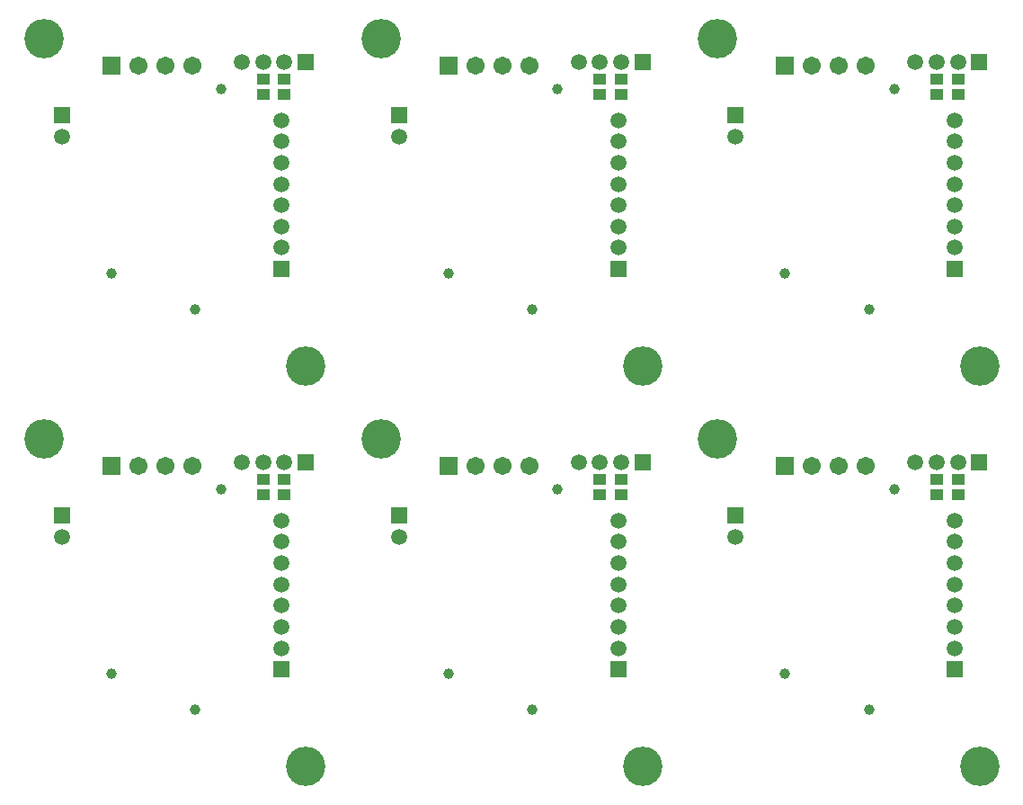
<source format=gbs>
G04*
G04 #@! TF.GenerationSoftware,Altium Limited,Altium Designer,22.7.1 (60)*
G04*
G04 Layer_Color=16711935*
%FSTAX24Y24*%
%MOIN*%
G70*
G04*
G04 #@! TF.SameCoordinates,6CD0EBB0-E617-4DF7-9ACC-651BA77C9F88*
G04*
G04*
G04 #@! TF.FilePolarity,Negative*
G04*
G01*
G75*
%ADD42R,0.0454X0.0395*%
%ADD48C,0.0592*%
%ADD49R,0.0592X0.0592*%
%ADD50R,0.0592X0.0592*%
%ADD51C,0.1460*%
%ADD52C,0.0671*%
%ADD53R,0.0671X0.0671*%
%ADD54C,0.0395*%
D42*
X044989Y021659D02*
D03*
Y021108D02*
D03*
X044201Y021659D02*
D03*
Y021108D02*
D03*
X044989Y036497D02*
D03*
Y035946D02*
D03*
X044201Y036497D02*
D03*
Y035946D02*
D03*
X032501Y021659D02*
D03*
Y021108D02*
D03*
X031714Y021659D02*
D03*
Y021108D02*
D03*
X032501Y036497D02*
D03*
Y035946D02*
D03*
X031714Y036497D02*
D03*
Y035946D02*
D03*
X020014Y021659D02*
D03*
Y021108D02*
D03*
X019226Y021659D02*
D03*
Y021108D02*
D03*
X020014Y036497D02*
D03*
Y035946D02*
D03*
X019226Y036497D02*
D03*
Y035946D02*
D03*
D48*
X044989Y022297D02*
D03*
X044201D02*
D03*
X043414D02*
D03*
X044873Y017772D02*
D03*
Y016197D02*
D03*
Y01541D02*
D03*
Y016985D02*
D03*
Y01856D02*
D03*
Y019347D02*
D03*
Y020134D02*
D03*
X036744Y019531D02*
D03*
X044989Y037135D02*
D03*
X044201D02*
D03*
X043414D02*
D03*
X044873Y03261D02*
D03*
Y031035D02*
D03*
Y030247D02*
D03*
Y031822D02*
D03*
Y033397D02*
D03*
Y034184D02*
D03*
Y034972D02*
D03*
X036744Y034368D02*
D03*
X032501Y022297D02*
D03*
X031714D02*
D03*
X030926D02*
D03*
X032386Y017772D02*
D03*
Y016197D02*
D03*
Y01541D02*
D03*
Y016985D02*
D03*
Y01856D02*
D03*
Y019347D02*
D03*
Y020134D02*
D03*
X024256Y019531D02*
D03*
X032501Y037135D02*
D03*
X031714D02*
D03*
X030926D02*
D03*
X032386Y03261D02*
D03*
Y031035D02*
D03*
Y030247D02*
D03*
Y031822D02*
D03*
Y033397D02*
D03*
Y034184D02*
D03*
Y034972D02*
D03*
X024256Y034368D02*
D03*
X020014Y022297D02*
D03*
X019226D02*
D03*
X018439D02*
D03*
X019898Y017772D02*
D03*
Y016197D02*
D03*
Y01541D02*
D03*
Y016985D02*
D03*
Y01856D02*
D03*
Y019347D02*
D03*
Y020134D02*
D03*
X011769Y019531D02*
D03*
X020014Y037135D02*
D03*
X019226D02*
D03*
X018439D02*
D03*
X019898Y03261D02*
D03*
Y031035D02*
D03*
Y030247D02*
D03*
Y031822D02*
D03*
Y033397D02*
D03*
Y034184D02*
D03*
Y034972D02*
D03*
X011769Y034368D02*
D03*
D49*
X045776Y022297D02*
D03*
Y037135D02*
D03*
X033289Y022297D02*
D03*
Y037135D02*
D03*
X020801Y022297D02*
D03*
Y037135D02*
D03*
D50*
X044873Y014623D02*
D03*
X036744Y020318D02*
D03*
X044873Y02946D02*
D03*
X036744Y035155D02*
D03*
X032386Y014623D02*
D03*
X024256Y020318D02*
D03*
X032386Y02946D02*
D03*
X024256Y035155D02*
D03*
X019898Y014623D02*
D03*
X011769Y020318D02*
D03*
X019898Y02946D02*
D03*
X011769Y035155D02*
D03*
D51*
X045783Y011037D02*
D03*
X036073Y023147D02*
D03*
X045783Y025875D02*
D03*
X036073Y037985D02*
D03*
X033296Y011037D02*
D03*
X023586Y023147D02*
D03*
X033296Y025875D02*
D03*
X023586Y037985D02*
D03*
X020808Y011037D02*
D03*
X011098Y023147D02*
D03*
X020808Y025875D02*
D03*
X011098Y037985D02*
D03*
D52*
X039573Y022147D02*
D03*
X040573D02*
D03*
X041573D02*
D03*
X039573Y036985D02*
D03*
X040573D02*
D03*
X041573D02*
D03*
X027086Y022147D02*
D03*
X028086D02*
D03*
X029086D02*
D03*
X027086Y036985D02*
D03*
X028086D02*
D03*
X029086D02*
D03*
X014598Y022147D02*
D03*
X015598D02*
D03*
X016598D02*
D03*
X014598Y036985D02*
D03*
X015598D02*
D03*
X016598D02*
D03*
D53*
X038573Y022147D02*
D03*
Y036985D02*
D03*
X026086Y022147D02*
D03*
Y036985D02*
D03*
X013598Y022147D02*
D03*
Y036985D02*
D03*
D54*
X038573Y014447D02*
D03*
X041688Y013126D02*
D03*
X042623Y021297D02*
D03*
X038573Y029285D02*
D03*
X041688Y027963D02*
D03*
X042623Y036135D02*
D03*
X026086Y014447D02*
D03*
X0292Y013126D02*
D03*
X030136Y021297D02*
D03*
X026086Y029285D02*
D03*
X0292Y027963D02*
D03*
X030136Y036135D02*
D03*
X013598Y014447D02*
D03*
X016713Y013126D02*
D03*
X017648Y021297D02*
D03*
X013598Y029285D02*
D03*
X016713Y027963D02*
D03*
X017648Y036135D02*
D03*
M02*

</source>
